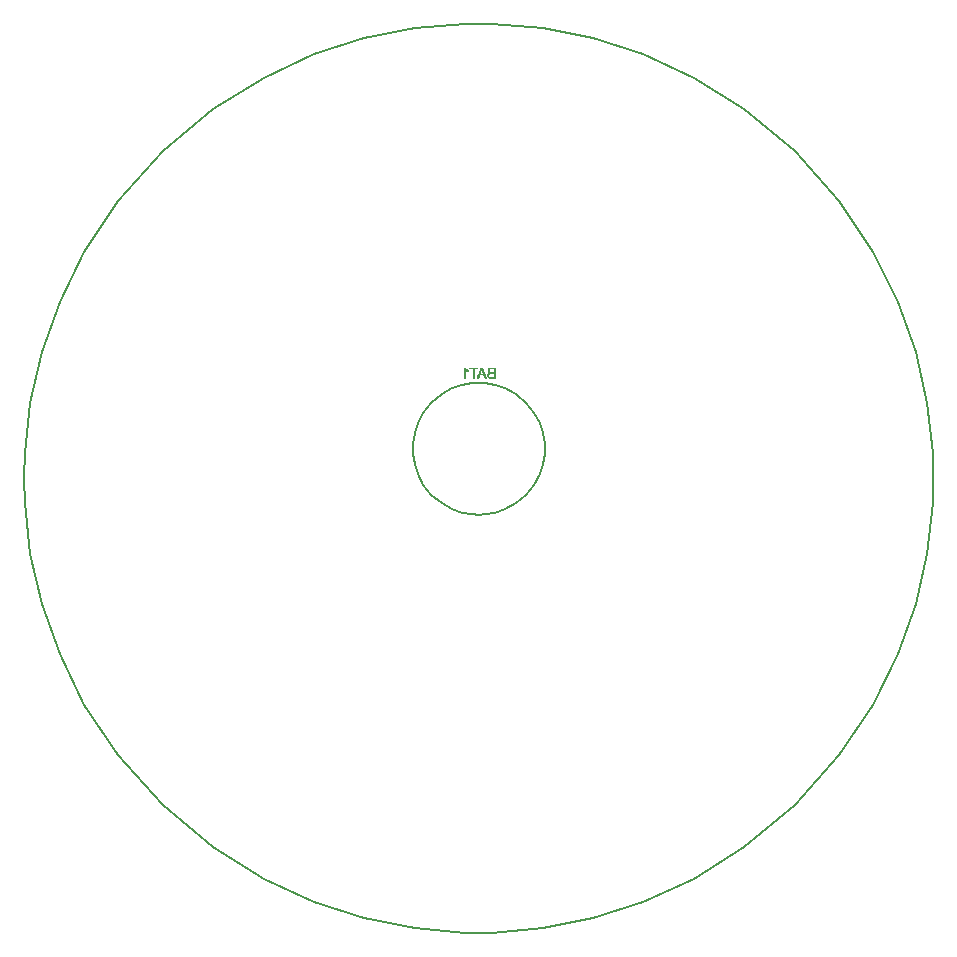
<source format=gbr>
G04 PROTEUS GERBER X2 FILE*
%TF.GenerationSoftware,Labcenter,Proteus,8.13-SP0-Build31525*%
%TF.CreationDate,2022-10-12T09:32:55+00:00*%
%TF.FileFunction,Legend,Bot*%
%TF.FilePolarity,Positive*%
%TF.Part,Single*%
%TF.SameCoordinates,{96deeafe-a607-4606-be7e-3443a3b47cd9}*%
%FSLAX45Y45*%
%MOMM*%
G01*
%TA.AperFunction,Profile*%
%ADD18C,0.203110*%
%TA.AperFunction,Material*%
%ADD19C,0.203110*%
%ADD70C,0.063500*%
%TD.AperFunction*%
D18*
X+3850000Y+0D02*
X+3844096Y+213142D01*
X+3796529Y+639427D01*
X+3699562Y+1065712D01*
X+3549147Y+1491997D01*
X+3338067Y+1918282D01*
X+3053769Y+2344567D01*
X+2673870Y+2770003D01*
X+2247585Y+3125838D01*
X+1821300Y+3391956D01*
X+1395015Y+3588375D01*
X+968730Y+3726132D01*
X+542445Y+3811595D01*
X+116160Y+3848247D01*
X+0Y+3850000D01*
X-3850000Y+0D02*
X-3844096Y+213142D01*
X-3796529Y+639427D01*
X-3699562Y+1065712D01*
X-3549147Y+1491997D01*
X-3338067Y+1918282D01*
X-3053769Y+2344567D01*
X-2673870Y+2770003D01*
X-2247585Y+3125838D01*
X-1821300Y+3391956D01*
X-1395015Y+3588375D01*
X-968730Y+3726132D01*
X-542445Y+3811595D01*
X-116160Y+3848247D01*
X+0Y+3850000D01*
X-3850000Y+0D02*
X-3844096Y-213142D01*
X-3796529Y-639427D01*
X-3699562Y-1065712D01*
X-3549147Y-1491997D01*
X-3338067Y-1918282D01*
X-3053769Y-2344567D01*
X-2673870Y-2770003D01*
X-2247585Y-3125838D01*
X-1821300Y-3391956D01*
X-1395015Y-3588375D01*
X-968730Y-3726132D01*
X-542445Y-3811595D01*
X-116160Y-3848247D01*
X+0Y-3850000D01*
X+3850000Y+0D02*
X+3844096Y-213142D01*
X+3796529Y-639427D01*
X+3699562Y-1065712D01*
X+3549147Y-1491997D01*
X+3338067Y-1918282D01*
X+3053769Y-2344567D01*
X+2673870Y-2770003D01*
X+2247585Y-3125838D01*
X+1821300Y-3391956D01*
X+1395015Y-3588375D01*
X+968730Y-3726132D01*
X+542445Y-3811595D01*
X+116160Y-3848247D01*
X+0Y-3850000D01*
D19*
X+559016Y+250000D02*
X+557329Y+293400D01*
X+543642Y+380201D01*
X+515179Y+467002D01*
X+469258Y+553803D01*
X+399909Y+640604D01*
X+313163Y+713064D01*
X+226362Y+761135D01*
X+139561Y+791315D01*
X+52760Y+806521D01*
X+0Y+809016D01*
X-559016Y+250000D02*
X-557329Y+293400D01*
X-543642Y+380201D01*
X-515179Y+467002D01*
X-469258Y+553803D01*
X-399909Y+640604D01*
X-313163Y+713064D01*
X-226362Y+761135D01*
X-139561Y+791315D01*
X-52760Y+806521D01*
X+0Y+809016D01*
X-559016Y+250000D02*
X-557329Y+206600D01*
X-543642Y+119799D01*
X-515179Y+32998D01*
X-469258Y-53803D01*
X-399909Y-140604D01*
X-313163Y-213064D01*
X-226362Y-261135D01*
X-139561Y-291315D01*
X-52760Y-306521D01*
X+0Y-309016D01*
X+559016Y+250000D02*
X+557329Y+206600D01*
X+543642Y+119799D01*
X+515179Y+32998D01*
X+469258Y-53803D01*
X+399909Y-140604D01*
X+313163Y-213064D01*
X+226362Y-261135D01*
X+139561Y-291315D01*
X+52760Y-306521D01*
X+0Y-309016D01*
D70*
X-127320Y+850286D02*
X-117160Y+850286D01*
X-51120Y+850286D02*
X-40960Y+850286D01*
X-15560Y+850286D02*
X-5400Y+850286D01*
X+50480Y+850286D02*
X+60640Y+850286D01*
X+86040Y+850286D02*
X+141920Y+850286D01*
X-127320Y+855366D02*
X-117160Y+855366D01*
X-51120Y+855366D02*
X-40960Y+855366D01*
X-15560Y+855366D02*
X-5400Y+855366D01*
X+50480Y+855366D02*
X+60640Y+855366D01*
X+75880Y+855366D02*
X+141920Y+855366D01*
X-127320Y+860446D02*
X-117160Y+860446D01*
X-51120Y+860446D02*
X-40960Y+860446D01*
X-10480Y+860446D02*
X-320Y+860446D01*
X+45400Y+860446D02*
X+55560Y+860446D01*
X+75880Y+860446D02*
X+91120Y+860446D01*
X+131760Y+860446D02*
X+141920Y+860446D01*
X-127320Y+865526D02*
X-117160Y+865526D01*
X-51120Y+865526D02*
X-40960Y+865526D01*
X-10480Y+865526D02*
X-320Y+865526D01*
X+45400Y+865526D02*
X+55560Y+865526D01*
X+70800Y+865526D02*
X+80960Y+865526D01*
X+131760Y+865526D02*
X+141920Y+865526D01*
X-127320Y+870606D02*
X-117160Y+870606D01*
X-51120Y+870606D02*
X-40960Y+870606D01*
X-10480Y+870606D02*
X-320Y+870606D01*
X+45400Y+870606D02*
X+55560Y+870606D01*
X+70800Y+870606D02*
X+80960Y+870606D01*
X+131760Y+870606D02*
X+141920Y+870606D01*
X-127320Y+875686D02*
X-117160Y+875686D01*
X-51120Y+875686D02*
X-40960Y+875686D01*
X-5400Y+875686D02*
X+4760Y+875686D01*
X+40320Y+875686D02*
X+50480Y+875686D01*
X+70800Y+875686D02*
X+80960Y+875686D01*
X+131760Y+875686D02*
X+141920Y+875686D01*
X-127320Y+880766D02*
X-117160Y+880766D01*
X-51120Y+880766D02*
X-40960Y+880766D01*
X-5400Y+880766D02*
X+50480Y+880766D01*
X+70800Y+880766D02*
X+80960Y+880766D01*
X+131760Y+880766D02*
X+141920Y+880766D01*
X-127320Y+885846D02*
X-117160Y+885846D01*
X-51120Y+885846D02*
X-40960Y+885846D01*
X-5400Y+885846D02*
X+50480Y+885846D01*
X+75880Y+885846D02*
X+91120Y+885846D01*
X+131760Y+885846D02*
X+141920Y+885846D01*
X-127320Y+890926D02*
X-117160Y+890926D01*
X-51120Y+890926D02*
X-40960Y+890926D01*
X-320Y+890926D02*
X+9840Y+890926D01*
X+35240Y+890926D02*
X+45400Y+890926D01*
X+80960Y+890926D02*
X+141920Y+890926D01*
X-127320Y+896006D02*
X-117160Y+896006D01*
X-51120Y+896006D02*
X-40960Y+896006D01*
X-320Y+896006D02*
X+9840Y+896006D01*
X+35240Y+896006D02*
X+45400Y+896006D01*
X+86040Y+896006D02*
X+141920Y+896006D01*
X-127320Y+901086D02*
X-117160Y+901086D01*
X-51120Y+901086D02*
X-40960Y+901086D01*
X-320Y+901086D02*
X+14920Y+901086D01*
X+30160Y+901086D02*
X+45400Y+901086D01*
X+80960Y+901086D02*
X+91120Y+901086D01*
X+131760Y+901086D02*
X+141920Y+901086D01*
X-127320Y+906166D02*
X-117160Y+906166D01*
X-51120Y+906166D02*
X-40960Y+906166D01*
X+4760Y+906166D02*
X+14920Y+906166D01*
X+30160Y+906166D02*
X+40320Y+906166D01*
X+75880Y+906166D02*
X+86040Y+906166D01*
X+131760Y+906166D02*
X+141920Y+906166D01*
X-127320Y+911246D02*
X-117160Y+911246D01*
X-107000Y+911246D02*
X-91760Y+911246D01*
X-51120Y+911246D02*
X-40960Y+911246D01*
X+4760Y+911246D02*
X+14920Y+911246D01*
X+30160Y+911246D02*
X+40320Y+911246D01*
X+75880Y+911246D02*
X+86040Y+911246D01*
X+131760Y+911246D02*
X+141920Y+911246D01*
X-127320Y+916326D02*
X-117160Y+916326D01*
X-112080Y+916326D02*
X-91760Y+916326D01*
X-51120Y+916326D02*
X-40960Y+916326D01*
X+9840Y+916326D02*
X+20000Y+916326D01*
X+25080Y+916326D02*
X+35240Y+916326D01*
X+75880Y+916326D02*
X+86040Y+916326D01*
X+131760Y+916326D02*
X+141920Y+916326D01*
X-127320Y+921406D02*
X-101920Y+921406D01*
X-51120Y+921406D02*
X-40960Y+921406D01*
X+9840Y+921406D02*
X+20000Y+921406D01*
X+25080Y+921406D02*
X+35240Y+921406D01*
X+75880Y+921406D02*
X+86040Y+921406D01*
X+131760Y+921406D02*
X+141920Y+921406D01*
X-127320Y+926486D02*
X-107000Y+926486D01*
X-51120Y+926486D02*
X-40960Y+926486D01*
X+9840Y+926486D02*
X+20000Y+926486D01*
X+25080Y+926486D02*
X+35240Y+926486D01*
X+80960Y+926486D02*
X+91120Y+926486D01*
X+131760Y+926486D02*
X+141920Y+926486D01*
X-127320Y+931566D02*
X-117160Y+931566D01*
X-81600Y+931566D02*
X-10480Y+931566D01*
X+14920Y+931566D02*
X+30160Y+931566D01*
X+80960Y+931566D02*
X+141920Y+931566D01*
X-127320Y+936646D02*
X-117160Y+936646D01*
X-81600Y+936646D02*
X-10480Y+936646D01*
X+14920Y+936646D02*
X+30160Y+936646D01*
X+91120Y+936646D02*
X+141920Y+936646D01*
M02*

</source>
